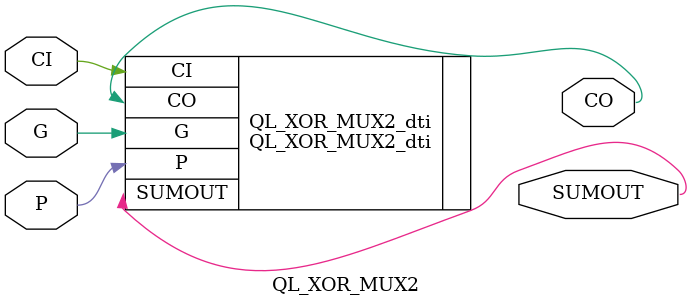
<source format=v>
`timescale 1ns/1ps

module QL_XOR_MUX2 (
  P,
  G,
  CI,
  SUMOUT,
  CO
);
input P;
input G;
input CI;
output SUMOUT;
output CO;

  `ifdef TSMC
    QL_XOR_MUX2_tsmc    QL_XOR_MUX2_tsmc(.P		(P		),
						                .G		(G		),
  						                .CI		(CI		),
  						                .SUMOUT	(SUMOUT	),
  						                .CO  	(CO  	));
  `else
    QL_XOR_MUX2_dti     QL_XOR_MUX2_dti(.P		(P		),
						                .G		(G		),
  						                .CI		(CI		),
  						                .SUMOUT	(SUMOUT	),
  						                .CO  	(CO  	));
  `endif

endmodule


</source>
